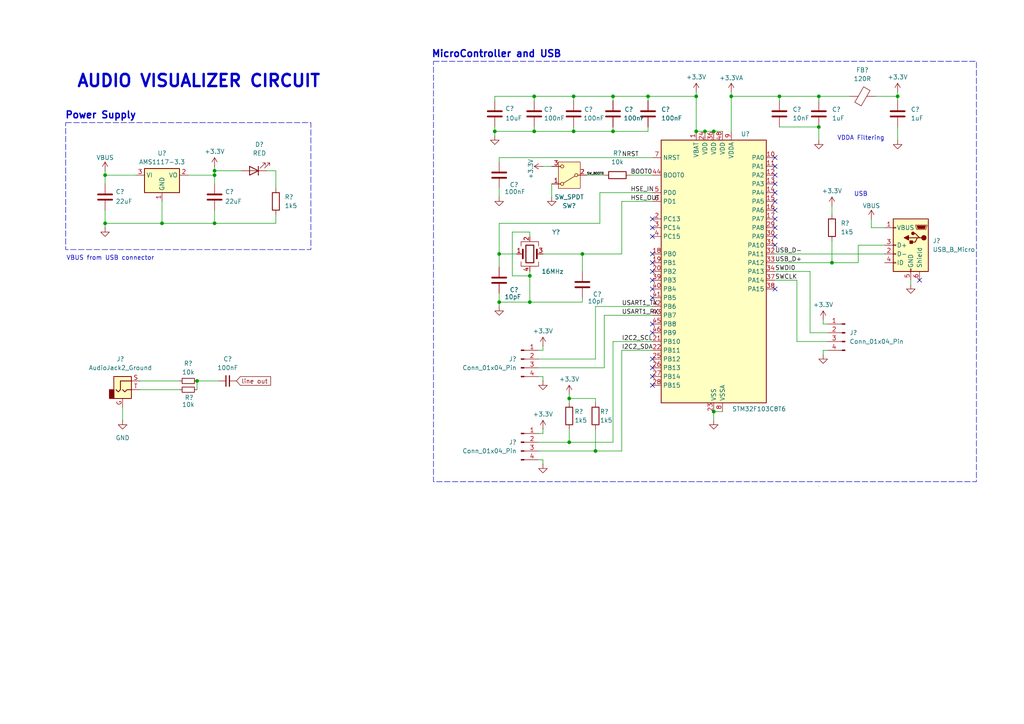
<source format=kicad_sch>
(kicad_sch (version 20231120) (generator "eeschema") (generator_version "8.0")
  (paper "A4")
  (title_block (title "Audio Visualizer PCB") (date "2024-12-26") (rev "0.1"))
  (lib_symbols
    (symbol "Connector:Conn_01x04_Pin" (pin_names (offset 1.016) hide)
      (property "Reference" "J" (at 0 5.08 0))
      (property "Value" "Conn_01x04_Pin" (at 0 -7.62 0))
      (symbol "Conn_01x04_Pin_1_1"
        (polyline (pts (xy 1.27 -5.08) (xy 0.8636 -5.08)) (stroke (width 0.1524)))
        (polyline (pts (xy 1.27 -2.54) (xy 0.8636 -2.54)) (stroke (width 0.1524)))
        (polyline (pts (xy 1.27 0) (xy 0.8636 0)) (stroke (width 0.1524)))
        (polyline (pts (xy 1.27 2.54) (xy 0.8636 2.54)) (stroke (width 0.1524)))
        (rectangle (start 0.8636 -4.953) (end 0 -5.207) (stroke (width 0.1524)) (fill (type outline)))
        (rectangle (start 0.8636 -2.413) (end 0 -2.667) (stroke (width 0.1524)) (fill (type outline)))
        (rectangle (start 0.8636 0.127) (end 0 -0.127) (stroke (width 0.1524)) (fill (type outline)))
        (rectangle (start 0.8636 2.667) (end 0 2.413) (stroke (width 0.1524)) (fill (type outline)))
        (pin passive line (at 5.08 2.54 180) (length 3.81) (name "Pin_1") (number "1"))
        (pin passive line (at 5.08 0 180) (length 3.81) (name "Pin_2") (number "2"))
        (pin passive line (at 5.08 -2.54 180) (length 3.81) (name "Pin_3") (number "3"))
        (pin passive line (at 5.08 -5.08 180) (length 3.81) (name "Pin_4") (number "4"))
      )
    )
    (symbol "Connector:USB_B_Micro" (pin_names (offset 1.016))
      (property "Reference" "J" (at -5.08 11.43 0))
      (property "Value" "USB_B_Micro" (at -5.08 8.89 0))
      (symbol "USB_B_Micro_0_1"
        (rectangle (start -5.08 -7.62) (end 5.08 7.62) (stroke (width 0.254)) (fill (type background)))
        (circle (center -3.81 2.159) (radius 0.635) (stroke (width 0.254)) (fill (type outline)))
        (circle (center -0.635 3.429) (radius 0.381) (stroke (width 0.254)) (fill (type outline)))
        (rectangle (start -0.127 -7.62) (end 0.127 -6.858))
        (polyline (pts (xy -1.905 2.159) (xy 0.635 2.159)) (stroke (width 0.254)))
        (polyline (pts (xy -3.175 2.159) (xy -2.54 2.159) (xy -1.27 3.429) (xy -0.635 3.429)) (stroke (width 0.254)))
        (polyline (pts (xy -2.54 2.159) (xy -1.905 2.159) (xy -1.27 0.889) (xy 0 0.889)) (stroke (width 0.254)))
        (polyline (pts (xy 0.635 2.794) (xy 0.635 1.524) (xy 1.905 2.159) (xy 0.635 2.794)) (stroke (width 0.254)) (fill (type outline)))
        (polyline (pts (xy -4.318 5.588) (xy -1.778 5.588) (xy -2.032 4.826) (xy -4.064 4.826) (xy -4.318 5.588)) (fill (type outline)))
        (polyline (pts (xy -4.699 5.842) (xy -4.699 5.588) (xy -4.445 4.826) (xy -4.445 4.572) (xy -1.651 4.572) (xy -1.651 4.826) (xy -1.397 5.588) (xy -1.397 5.842) (xy -4.699 5.842)))
        (rectangle (start 0.254 1.27) (end -0.508 0.508) (stroke (width 0.254)) (fill (type outline)))
        (rectangle (start 5.08 -5.207) (end 4.318 -4.953))
        (rectangle (start 5.08 -2.667) (end 4.318 -2.413))
        (rectangle (start 5.08 -0.127) (end 4.318 0.127))
        (rectangle (start 5.08 4.953) (end 4.318 5.207))
      )
      (symbol "USB_B_Micro_1_1"
        (pin power_out line (at 7.62 5.08 180) (length 2.54) (name "VBUS") (number "1"))
        (pin bidirectional line (at 7.62 -2.54 180) (length 2.54) (name "D-") (number "2"))
        (pin bidirectional line (at 7.62 0 180) (length 2.54) (name "D+") (number "3"))
        (pin passive line (at 7.62 -5.08 180) (length 2.54) (name "ID") (number "4"))
        (pin power_out line (at 0 -10.16 90) (length 2.54) (name "GND") (number "5"))
        (pin passive line (at -2.54 -10.16 90) (length 2.54) (name "Shield") (number "6"))
      )
    )
    (symbol "Connector_Audio:AudioJack2_Ground"
      (property "Reference" "J" (at 0 8.89 0))
      (property "Value" "AudioJack2_Ground" (at 0 6.35 0))
      (symbol "AudioJack2_Ground_0_1"
        (rectangle (start -2.54 -2.54) (end -3.81 0) (stroke (width 0.254)) (fill (type outline)))
        (polyline (pts (xy 0 0) (xy 0.635 -0.635) (xy 1.27 0) (xy 2.54 0)) (stroke (width 0.254)))
        (polyline (pts (xy 2.54 2.54) (xy -0.635 2.54) (xy -0.635 0) (xy -1.27 -0.635) (xy -1.905 0)) (stroke (width 0.254)))
        (rectangle (start 2.54 3.81) (end -2.54 -2.54) (stroke (width 0.254)) (fill (type background)))
      )
      (symbol "AudioJack2_Ground_1_1"
        (pin passive line (at 0 -5.08 90) (length 2.54) (name "~") (number "G"))
        (pin passive line (at 5.08 2.54 180) (length 2.54) (name "~") (number "S"))
        (pin passive line (at 5.08 0 180) (length 2.54) (name "~") (number "T"))
      )
    )
    (symbol "Device:C" (pin_numbers hide) (pin_names (offset 0.254))
      (property "Reference" "C" (at 0.635 2.54 0))
      (property "Value" "C" (at 0.635 -2.54 0))
      (symbol "C_0_1"
        (polyline (pts (xy -2.032 -0.762) (xy 2.032 -0.762)) (stroke (width 0.508)))
        (polyline (pts (xy -2.032 0.762) (xy 2.032 0.762)) (stroke (width 0.508)))
      )
      (symbol "C_1_1"
        (pin passive line (at 0 3.81 270) (length 2.794) (name "~") (number "1"))
        (pin passive line (at 0 -3.81 90) (length 2.794) (name "~") (number "2"))
      )
    )
    (symbol "Device:C_Small" (pin_numbers hide) (pin_names (offset 0.254) hide)
      (property "Reference" "C" (at 0.254 1.778 0))
      (property "Value" "C_Small" (at 0.254 -2.032 0))
      (symbol "C_Small_0_1"
        (polyline (pts (xy -1.524 -0.508) (xy 1.524 -0.508)) (stroke (width 0.3302)))
        (polyline (pts (xy -1.524 0.508) (xy 1.524 0.508)) (stroke (width 0.3048)))
      )
      (symbol "C_Small_1_1"
        (pin passive line (at 0 2.54 270) (length 2.032) (name "~") (number "1"))
        (pin passive line (at 0 -2.54 90) (length 2.032) (name "~") (number "2"))
      )
    )
    (symbol "Device:Crystal_GND24" (pin_names (offset 1.016) hide)
      (property "Reference" "Y" (at 3.175 5.08 0))
      (property "Value" "Crystal_GND24" (at 3.175 3.175 0))
      (symbol "Crystal_GND24_0_1"
        (rectangle (start -1.143 2.54) (end 1.143 -2.54) (stroke (width 0.3048)))
        (polyline (pts (xy -2.54 0) (xy -2.032 0)))
        (polyline (pts (xy -2.032 -1.27) (xy -2.032 1.27)) (stroke (width 0.508)))
        (polyline (pts (xy 0 -3.81) (xy 0 -3.556)))
        (polyline (pts (xy 0 3.556) (xy 0 3.81)))
        (polyline (pts (xy 2.032 -1.27) (xy 2.032 1.27)) (stroke (width 0.508)))
        (polyline (pts (xy 2.032 0) (xy 2.54 0)))
        (polyline (pts (xy -2.54 -2.286) (xy -2.54 -3.556) (xy 2.54 -3.556) (xy 2.54 -2.286)))
        (polyline (pts (xy -2.54 2.286) (xy -2.54 3.556) (xy 2.54 3.556) (xy 2.54 2.286)))
      )
      (symbol "Crystal_GND24_1_1"
        (pin passive line (at -3.81 0 0) (length 1.27) (name "1") (number "1"))
        (pin passive line (at 0 5.08 270) (length 1.27) (name "2") (number "2"))
        (pin passive line (at 3.81 0 180) (length 1.27) (name "3") (number "3"))
        (pin passive line (at 0 -5.08 90) (length 1.27) (name "4") (number "4"))
      )
    )
    (symbol "Device:FerriteBead" (pin_numbers hide) (pin_names (offset 0))
      (property "Reference" "FB" (at -3.81 0.635 90))
      (property "Value" "FerriteBead" (at 3.81 0 90))
      (symbol "FerriteBead_0_1"
        (polyline (pts (xy 0 -1.27) (xy 0 -1.2192)))
        (polyline (pts (xy 0 1.27) (xy 0 1.2954)))
        (polyline (pts (xy -2.7686 0.4064) (xy -1.7018 2.2606) (xy 2.7686 -0.3048) (xy 1.6764 -2.159) (xy -2.7686 0.4064)))
      )
      (symbol "FerriteBead_1_1"
        (pin passive line (at 0 3.81 270) (length 2.54) (name "~") (number "1"))
        (pin passive line (at 0 -3.81 90) (length 2.54) (name "~") (number "2"))
      )
    )
    (symbol "Device:LED" (pin_numbers hide) (pin_names (offset 1.016) hide)
      (property "Reference" "D" (at 0 2.54 0))
      (property "Value" "LED" (at 0 -2.54 0))
      (symbol "LED_0_1"
        (polyline (pts (xy -1.27 -1.27) (xy -1.27 1.27)) (stroke (width 0.254)))
        (polyline (pts (xy -1.27 0) (xy 1.27 0)))
        (polyline (pts (xy 1.27 -1.27) (xy 1.27 1.27) (xy -1.27 0) (xy 1.27 -1.27)) (stroke (width 0.254)))
        (polyline (pts (xy -3.048 -0.762) (xy -4.572 -2.286) (xy -3.81 -2.286) (xy -4.572 -2.286) (xy -4.572 -1.524)))
        (polyline (pts (xy -1.778 -0.762) (xy -3.302 -2.286) (xy -2.54 -2.286) (xy -3.302 -2.286) (xy -3.302 -1.524)))
      )
      (symbol "LED_1_1"
        (pin passive line (at -3.81 0 0) (length 2.54) (name "K") (number "1"))
        (pin passive line (at 3.81 0 180) (length 2.54) (name "A") (number "2"))
      )
    )
    (symbol "Device:R" (pin_numbers hide) (pin_names (offset 0))
      (property "Reference" "R" (at 2.032 0 90))
      (property "Value" "R" (at 0 0 90))
      (symbol "R_0_1"
        (rectangle (start -1.016 -2.54) (end 1.016 2.54) (stroke (width 0.254)))
      )
      (symbol "R_1_1"
        (pin passive line (at 0 3.81 270) (length 1.27) (name "~") (number "1"))
        (pin passive line (at 0 -3.81 90) (length 1.27) (name "~") (number "2"))
      )
    )
    (symbol "Device:R_Small" (pin_numbers hide) (pin_names (offset 0.254) hide)
      (property "Reference" "R" (at 0.762 0.508 0))
      (property "Value" "R_Small" (at 0.762 -1.016 0))
      (symbol "R_Small_0_1"
        (rectangle (start -0.762 1.778) (end 0.762 -1.778) (stroke (width 0.2032)))
      )
      (symbol "R_Small_1_1"
        (pin passive line (at 0 2.54 270) (length 0.762) (name "~") (number "1"))
        (pin passive line (at 0 -2.54 90) (length 0.762) (name "~") (number "2"))
      )
    )
    (symbol "MCU_ST_STM32F1:STM32F103C8Tx"
      (property "Reference" "U" (at -15.24 39.37 0))
      (property "Value" "STM32F103C8Tx" (at 7.62 39.37 0))
      (symbol "STM32F103C8Tx_0_1"
        (rectangle (start -15.24 -38.1) (end 15.24 38.1) (stroke (width 0.254)) (fill (type background)))
      )
      (symbol "STM32F103C8Tx_1_1"
        (pin power_in line (at -5.08 40.64 270) (length 2.54) (name "VBAT") (number "1"))
        (pin bidirectional line (at 17.78 33.02 180) (length 2.54) (name "PA0") (number "10"))
        (pin bidirectional line (at 17.78 30.48 180) (length 2.54) (name "PA1") (number "11"))
        (pin bidirectional line (at 17.78 27.94 180) (length 2.54) (name "PA2") (number "12"))
        (pin bidirectional line (at 17.78 25.4 180) (length 2.54) (name "PA3") (number "13"))
        (pin bidirectional line (at 17.78 22.86 180) (length 2.54) (name "PA4") (number "14"))
        (pin bidirectional line (at 17.78 20.32 180) (length 2.54) (name "PA5") (number "15"))
        (pin bidirectional line (at 17.78 17.78 180) (length 2.54) (name "PA6") (number "16"))
        (pin bidirectional line (at 17.78 15.24 180) (length 2.54) (name "PA7") (number "17"))
        (pin bidirectional line (at -17.78 5.08 0) (length 2.54) (name "PB0") (number "18"))
        (pin bidirectional line (at -17.78 2.54 0) (length 2.54) (name "PB1") (number "19"))
        (pin bidirectional line (at -17.78 15.24 0) (length 2.54) (name "PC13") (number "2"))
        (pin bidirectional line (at -17.78 0 0) (length 2.54) (name "PB2") (number "20"))
        (pin bidirectional line (at -17.78 -20.32 0) (length 2.54) (name "PB10") (number "21"))
        (pin bidirectional line (at -17.78 -22.86 0) (length 2.54) (name "PB11") (number "22"))
        (pin power_in line (at 0 -40.64 90) (length 2.54) (name "VSS") (number "23"))
        (pin power_in line (at -2.54 40.64 270) (length 2.54) (name "VDD") (number "24"))
        (pin bidirectional line (at -17.78 -25.4 0) (length 2.54) (name "PB12") (number "25"))
        (pin bidirectional line (at -17.78 -27.94 0) (length 2.54) (name "PB13") (number "26"))
        (pin bidirectional line (at -17.78 -30.48 0) (length 2.54) (name "PB14") (number "27"))
        (pin bidirectional line (at -17.78 -33.02 0) (length 2.54) (name "PB15") (number "28"))
        (pin bidirectional line (at 17.78 12.7 180) (length 2.54) (name "PA8") (number "29"))
        (pin bidirectional line (at -17.78 12.7 0) (length 2.54) (name "PC14") (number "3"))
        (pin bidirectional line (at 17.78 10.16 180) (length 2.54) (name "PA9") (number "30"))
        (pin bidirectional line (at 17.78 7.62 180) (length 2.54) (name "PA10") (number "31"))
        (pin bidirectional line (at 17.78 5.08 180) (length 2.54) (name "PA11") (number "32"))
        (pin bidirectional line (at 17.78 2.54 180) (length 2.54) (name "PA12") (number "33"))
        (pin bidirectional line (at 17.78 0 180) (length 2.54) (name "PA13") (number "34"))
        (pin passive line (at 0 -40.64 90) (length 2.54) hide (name "VSS") (number "35"))
        (pin power_in line (at 0 40.64 270) (length 2.54) (name "VDD") (number "36"))
        (pin bidirectional line (at 17.78 -2.54 180) (length 2.54) (name "PA14") (number "37"))
        (pin bidirectional line (at 17.78 -5.08 180) (length 2.54) (name "PA15") (number "38"))
        (pin bidirectional line (at -17.78 -2.54 0) (length 2.54) (name "PB3") (number "39"))
        (pin bidirectional line (at -17.78 10.16 0) (length 2.54) (name "PC15") (number "4"))
        (pin bidirectional line (at -17.78 -5.08 0) (length 2.54) (name "PB4") (number "40"))
        (pin bidirectional line (at -17.78 -7.62 0) (length 2.54) (name "PB5") (number "41"))
        (pin bidirectional line (at -17.78 -10.16 0) (length 2.54) (name "PB6") (number "42"))
        (pin bidirectional line (at -17.78 -12.7 0) (length 2.54) (name "PB7") (number "43"))
        (pin input line (at -17.78 27.94 0) (length 2.54) (name "BOOT0") (number "44"))
        (pin bidirectional line (at -17.78 -15.24 0) (length 2.54) (name "PB8") (number "45"))
        (pin bidirectional line (at -17.78 -17.78 0) (length 2.54) (name "PB9") (number "46"))
        (pin passive line (at 0 -40.64 90) (length 2.54) hide (name "VSS") (number "47"))
        (pin power_in line (at 2.54 40.64 270) (length 2.54) (name "VDD") (number "48"))
        (pin bidirectional line (at -17.78 22.86 0) (length 2.54) (name "PD0") (number "5"))
        (pin bidirectional line (at -17.78 20.32 0) (length 2.54) (name "PD1") (number "6"))
        (pin input line (at -17.78 33.02 0) (length 2.54) (name "NRST") (number "7"))
        (pin power_in line (at 2.54 -40.64 90) (length 2.54) (name "VSSA") (number "8"))
        (pin power_in line (at 5.08 40.64 270) (length 2.54) (name "VDDA") (number "9"))
      )
    )
    (symbol "Regulator_Linear:AMS1117-3.3"
      (property "Reference" "U" (at -3.81 3.175 0))
      (property "Value" "AMS1117-3.3" (at 0 3.175 0))
      (symbol "AMS1117-3.3_0_1"
        (rectangle (start -5.08 -5.08) (end 5.08 1.905) (stroke (width 0.254)) (fill (type background)))
      )
      (symbol "AMS1117-3.3_1_1"
        (pin power_in line (at 0 -7.62 90) (length 2.54) (name "GND") (number "1"))
        (pin power_out line (at 7.62 0 180) (length 2.54) (name "VO") (number "2"))
        (pin power_in line (at -7.62 0 0) (length 2.54) (name "VI") (number "3"))
      )
    )
    (symbol "Switch:SW_SPDT" (pin_names (offset 0) hide)
      (property "Reference" "SW" (at 0 5.08 0))
      (property "Value" "SW_SPDT" (at 0 -5.08 0))
      (symbol "SW_SPDT_0_1"
        (circle (center -2.032 0) (radius 0.4572))
        (polyline (pts (xy -1.651 0.254) (xy 1.651 2.286)))
        (circle (center 2.032 -2.54) (radius 0.4572))
        (circle (center 2.032 2.54) (radius 0.4572))
      )
      (symbol "SW_SPDT_1_1"
        (rectangle (start -3.175 3.81) (end 3.175 -3.81) (fill (type background)))
        (pin passive line (at 5.08 2.54 180) (length 2.54) (name "A") (number "1"))
        (pin passive line (at -5.08 0 0) (length 2.54) (name "B") (number "2"))
        (pin passive line (at 5.08 -2.54 180) (length 2.54) (name "C") (number "3"))
      )
    )
    (symbol "power:+3.3V" (power) (pin_numbers hide) (pin_names (offset 0) hide)
      (property "Value" "+3.3V" (at 0 3.556 0))
      (symbol "+3.3V_0_1"
        (polyline (pts (xy -0.762 1.27) (xy 0 2.54)))
        (polyline (pts (xy 0 0) (xy 0 2.54)))
        (polyline (pts (xy 0 2.54) (xy 0.762 1.27)))
      )
      (symbol "+3.3V_1_1"
        (pin power_in line (at 0 0 90) (length 0) (name "~") (number "1"))
      )
    )
    (symbol "power:+3.3VA" (power) (pin_numbers hide) (pin_names (offset 0) hide)
      (property "Value" "+3.3VA" (at 0 3.556 0))
      (symbol "+3.3VA_0_1"
        (polyline (pts (xy -0.762 1.27) (xy 0 2.54)))
        (polyline (pts (xy 0 0) (xy 0 2.54)))
        (polyline (pts (xy 0 2.54) (xy 0.762 1.27)))
      )
      (symbol "+3.3VA_1_1"
        (pin power_in line (at 0 0 90) (length 0) (name "~") (number "1"))
      )
    )
    (symbol "power:GND" (power) (pin_numbers hide) (pin_names (offset 0) hide)
      (property "Value" "GND" (at 0 -3.81 0))
      (symbol "GND_0_1"
        (polyline (pts (xy 0 0) (xy 0 -1.27) (xy 1.27 -1.27) (xy 0 -2.54) (xy -1.27 -1.27) (xy 0 -1.27)))
      )
      (symbol "GND_1_1"
        (pin power_in line (at 0 0 270) (length 0) (name "~") (number "1"))
      )
    )
    (symbol "power:VBUS" (power) (pin_numbers hide) (pin_names (offset 0) hide)
      (property "Value" "VBUS" (at 0 3.556 0))
      (symbol "VBUS_0_1"
        (polyline (pts (xy -0.762 1.27) (xy 0 2.54)))
        (polyline (pts (xy 0 0) (xy 0 2.54)))
        (polyline (pts (xy 0 2.54) (xy 0.762 1.27)))
      )
      (symbol "VBUS_1_1"
        (pin power_in line (at 0 0 90) (length 0) (name "~") (number "1"))
      )
    )
  )
  (junction (at 177.8 27.94))
  (junction (at 226.06 27.94))
  (junction (at 237.49 36.83))
  (junction (at 46.99 64.77))
  (junction (at 144.78 73.66))
  (junction (at 212.09 27.94))
  (junction (at 172.72 130.81))
  (junction (at 166.37 38.1))
  (junction (at 153.67 80.01))
  (junction (at 237.49 27.94))
  (junction (at 241.3 76.2))
  (junction (at 62.23 64.77))
  (junction (at 165.1 115.57))
  (junction (at 165.1 128.27))
  (junction (at 143.51 38.1))
  (junction (at 62.23 49.53))
  (junction (at 260.35 27.94))
  (junction (at 201.93 27.94))
  (junction (at 207.01 38.1))
  (junction (at 204.47 38.1))
  (junction (at 30.48 50.8))
  (junction (at 201.93 38.1))
  (junction (at 207.01 119.38))
  (junction (at 153.67 87.63))
  (junction (at 187.96 27.94))
  (junction (at 168.91 73.66))
  (junction (at 144.78 87.63))
  (junction (at 154.94 27.94))
  (junction (at 166.37 27.94))
  (junction (at 154.94 38.1))
  (junction (at 30.48 64.77))
  (junction (at 57.15 110.49))
  (junction (at 177.8 38.1))
  (junction (at 62.23 50.8))
  (no_connect (at 189.23 68.58))
  (no_connect (at 224.79 48.26))
  (no_connect (at 189.23 63.5))
  (no_connect (at 224.79 53.34))
  (no_connect (at 224.79 66.04))
  (no_connect (at 189.23 109.22))
  (no_connect (at 224.79 45.72))
  (no_connect (at 189.23 111.76))
  (no_connect (at 224.79 55.88))
  (no_connect (at 224.79 63.5))
  (no_connect (at 189.23 106.68))
  (no_connect (at 189.23 78.74))
  (no_connect (at 266.7 81.28))
  (no_connect (at 224.79 83.82))
  (no_connect (at 224.79 68.58))
  (no_connect (at 189.23 83.82))
  (no_connect (at 189.23 86.36))
  (no_connect (at 189.23 76.2))
  (no_connect (at 224.79 58.42))
  (no_connect (at 189.23 81.28))
  (no_connect (at 224.79 71.12))
  (no_connect (at 224.79 60.96))
  (no_connect (at 224.79 50.8))
  (no_connect (at 189.23 96.52))
  (no_connect (at 189.23 73.66))
  (no_connect (at 189.23 104.14))
  (no_connect (at 189.23 66.04))
  (no_connect (at 189.23 93.98))
  (wire (pts (xy 264.16 81.28) (xy 264.16 82.55)))
  (wire (pts (xy 182.88 50.8) (xy 189.23 50.8)))
  (wire (pts (xy 154.94 38.1) (xy 154.94 36.83)))
  (wire (pts (xy 143.51 38.1) (xy 154.94 38.1)))
  (wire (pts (xy 57.15 110.49) (xy 57.15 113.03)))
  (wire (pts (xy 157.48 109.22) (xy 157.48 110.49)))
  (wire (pts (xy 62.23 60.96) (xy 62.23 64.77)))
  (wire (pts (xy 156.21 133.35) (xy 157.48 133.35)))
  (wire (pts (xy 62.23 64.77) (xy 80.01 64.77)))
  (wire (pts (xy 172.72 130.81) (xy 180.34 130.81)))
  (wire (pts (xy 148.59 80.01) (xy 153.67 80.01)))
  (wire (pts (xy 226.06 27.94) (xy 226.06 29.21)))
  (wire (pts (xy 30.48 50.8) (xy 39.37 50.8)))
  (wire (pts (xy 187.96 38.1) (xy 187.96 36.83)))
  (wire (pts (xy 187.96 27.94) (xy 177.8 27.94)))
  (wire (pts (xy 144.78 73.66) (xy 144.78 77.47)))
  (wire (pts (xy 260.35 29.21) (xy 260.35 27.94)))
  (wire (pts (xy 157.48 125.73) (xy 156.21 125.73)))
  (wire (pts (xy 149.86 73.66) (xy 144.78 73.66)))
  (wire (pts (xy 177.8 27.94) (xy 177.8 29.21)))
  (wire (pts (xy 62.23 49.53) (xy 62.23 50.8)))
  (wire (pts (xy 157.48 124.46) (xy 157.48 125.73)))
  (wire (pts (xy 148.59 67.31) (xy 153.67 67.31)))
  (wire (pts (xy 187.96 27.94) (xy 187.96 29.21)))
  (wire (pts (xy 226.06 27.94) (xy 237.49 27.94)))
  (wire (pts (xy 238.76 101.6) (xy 238.76 102.87)))
  (wire (pts (xy 237.49 27.94) (xy 237.49 29.21)))
  (wire (pts (xy 165.1 124.46) (xy 165.1 128.27)))
  (wire (pts (xy 248.92 71.12) (xy 256.54 71.12)))
  (wire (pts (xy 177.8 38.1) (xy 187.96 38.1)))
  (wire (pts (xy 165.1 114.3) (xy 165.1 115.57)))
  (wire (pts (xy 260.35 26.67) (xy 260.35 27.94)))
  (wire (pts (xy 237.49 36.83) (xy 237.49 40.64)))
  (wire (pts (xy 62.23 64.77) (xy 46.99 64.77)))
  (wire (pts (xy 153.67 78.74) (xy 153.67 80.01)))
  (wire (pts (xy 172.72 124.46) (xy 172.72 130.81)))
  (wire (pts (xy 177.8 128.27) (xy 177.8 99.06)))
  (wire (pts (xy 157.48 73.66) (xy 168.91 73.66)))
  (wire (pts (xy 30.48 49.53) (xy 30.48 50.8)))
  (wire (pts (xy 153.67 68.58) (xy 153.67 67.31)))
  (wire (pts (xy 175.26 91.44) (xy 189.23 91.44)))
  (wire (pts (xy 35.56 118.11) (xy 35.56 121.92)))
  (wire (pts (xy 157.48 100.33) (xy 157.48 101.6)))
  (wire (pts (xy 172.72 88.9) (xy 172.72 104.14)))
  (wire (pts (xy 231.14 81.28) (xy 231.14 99.06)))
  (wire (pts (xy 166.37 38.1) (xy 177.8 38.1)))
  (wire (pts (xy 46.99 64.77) (xy 30.48 64.77)))
  (wire (pts (xy 156.21 128.27) (xy 165.1 128.27)))
  (wire (pts (xy 30.48 53.34) (xy 30.48 50.8)))
  (wire (pts (xy 207.01 38.1) (xy 209.55 38.1)))
  (wire (pts (xy 80.01 49.53) (xy 80.01 54.61)))
  (wire (pts (xy 144.78 54.61) (xy 144.78 57.15)))
  (wire (pts (xy 224.79 78.74) (xy 234.95 78.74)))
  (wire (pts (xy 165.1 115.57) (xy 165.1 116.84)))
  (wire (pts (xy 177.8 38.1) (xy 177.8 36.83)))
  (wire (pts (xy 212.09 27.94) (xy 226.06 27.94)))
  (wire (pts (xy 157.48 133.35) (xy 157.48 134.62)))
  (wire (pts (xy 168.91 73.66) (xy 180.34 73.66)))
  (wire (pts (xy 177.8 27.94) (xy 166.37 27.94)))
  (wire (pts (xy 143.51 38.1) (xy 143.51 39.37)))
  (wire (pts (xy 160.02 53.34) (xy 160.02 57.15)))
  (wire (pts (xy 180.34 101.6) (xy 189.23 101.6)))
  (wire (pts (xy 154.94 27.94) (xy 154.94 29.21)))
  (wire (pts (xy 154.94 27.94) (xy 143.51 27.94)))
  (wire (pts (xy 180.34 130.81) (xy 180.34 101.6)))
  (wire (pts (xy 224.79 76.2) (xy 241.3 76.2)))
  (wire (pts (xy 166.37 27.94) (xy 166.37 29.21)))
  (wire (pts (xy 156.21 106.68) (xy 175.26 106.68)))
  (wire (pts (xy 234.95 96.52) (xy 234.95 78.74)))
  (wire (pts (xy 143.51 27.94) (xy 143.51 29.21)))
  (wire (pts (xy 168.91 78.74) (xy 168.91 73.66)))
  (wire (pts (xy 30.48 64.77) (xy 30.48 66.04)))
  (wire (pts (xy 144.78 87.63) (xy 153.67 87.63)))
  (wire (pts (xy 207.01 119.38) (xy 209.55 119.38)))
  (wire (pts (xy 148.59 67.31) (xy 148.59 80.01)))
  (wire (pts (xy 173.99 55.88) (xy 189.23 55.88)))
  (wire (pts (xy 144.78 45.72) (xy 144.78 46.99)))
  (wire (pts (xy 165.1 128.27) (xy 177.8 128.27)))
  (wire (pts (xy 260.35 36.83) (xy 260.35 40.64)))
  (wire (pts (xy 248.92 76.2) (xy 248.92 71.12)))
  (wire (pts (xy 166.37 38.1) (xy 166.37 36.83)))
  (wire (pts (xy 212.09 26.67) (xy 212.09 27.94)))
  (wire (pts (xy 62.23 50.8) (xy 62.23 53.34)))
  (wire (pts (xy 62.23 48.26) (xy 62.23 49.53)))
  (wire (pts (xy 175.26 106.68) (xy 175.26 91.44)))
  (wire (pts (xy 40.64 113.03) (xy 52.07 113.03)))
  (wire (pts (xy 238.76 92.71) (xy 238.76 93.98)))
  (wire (pts (xy 241.3 76.2) (xy 248.92 76.2)))
  (wire (pts (xy 237.49 27.94) (xy 246.38 27.94)))
  (wire (pts (xy 166.37 27.94) (xy 154.94 27.94)))
  (wire (pts (xy 172.72 104.14) (xy 156.21 104.14)))
  (wire (pts (xy 224.79 73.66) (xy 256.54 73.66)))
  (wire (pts (xy 204.47 38.1) (xy 207.01 38.1)))
  (wire (pts (xy 157.48 48.26) (xy 160.02 48.26)))
  (wire (pts (xy 201.93 38.1) (xy 204.47 38.1)))
  (wire (pts (xy 201.93 27.94) (xy 201.93 38.1)))
  (wire (pts (xy 212.09 27.94) (xy 212.09 38.1)))
  (wire (pts (xy 241.3 69.85) (xy 241.3 76.2)))
  (wire (pts (xy 154.94 38.1) (xy 166.37 38.1)))
  (wire (pts (xy 180.34 73.66) (xy 180.34 58.42)))
  (wire (pts (xy 80.01 62.23) (xy 80.01 64.77)))
  (wire (pts (xy 144.78 87.63) (xy 144.78 88.9)))
  (wire (pts (xy 144.78 45.72) (xy 189.23 45.72)))
  (wire (pts (xy 226.06 36.83) (xy 237.49 36.83)))
  (wire (pts (xy 254 27.94) (xy 260.35 27.94)))
  (wire (pts (xy 62.23 49.53) (xy 69.85 49.53)))
  (wire (pts (xy 156.21 109.22) (xy 157.48 109.22)))
  (wire (pts (xy 143.51 36.83) (xy 143.51 38.1)))
  (wire (pts (xy 241.3 59.69) (xy 241.3 62.23)))
  (wire (pts (xy 177.8 99.06) (xy 189.23 99.06)))
  (wire (pts (xy 144.78 64.77) (xy 173.99 64.77)))
  (wire (pts (xy 57.15 110.49) (xy 63.5 110.49)))
  (wire (pts (xy 170.18 50.8) (xy 175.26 50.8)))
  (wire (pts (xy 156.21 130.81) (xy 172.72 130.81)))
  (wire (pts (xy 172.72 116.84) (xy 172.72 115.57)))
  (wire (pts (xy 180.34 58.42) (xy 189.23 58.42)))
  (wire (pts (xy 240.03 101.6) (xy 238.76 101.6)))
  (wire (pts (xy 172.72 115.57) (xy 165.1 115.57)))
  (wire (pts (xy 40.64 110.49) (xy 52.07 110.49)))
  (wire (pts (xy 252.73 63.5) (xy 252.73 66.04)))
  (wire (pts (xy 201.93 27.94) (xy 187.96 27.94)))
  (wire (pts (xy 201.93 26.67) (xy 201.93 27.94)))
  (wire (pts (xy 46.99 58.42) (xy 46.99 64.77)))
  (wire (pts (xy 77.47 49.53) (xy 80.01 49.53)))
  (wire (pts (xy 240.03 96.52) (xy 234.95 96.52)))
  (wire (pts (xy 54.61 50.8) (xy 62.23 50.8)))
  (wire (pts (xy 144.78 73.66) (xy 144.78 64.77)))
  (wire (pts (xy 224.79 81.28) (xy 231.14 81.28)))
  (wire (pts (xy 144.78 85.09) (xy 144.78 87.63)))
  (wire (pts (xy 231.14 99.06) (xy 240.03 99.06)))
  (wire (pts (xy 30.48 60.96) (xy 30.48 64.77)))
  (wire (pts (xy 168.91 87.63) (xy 168.91 86.36)))
  (wire (pts (xy 172.72 88.9) (xy 189.23 88.9)))
  (wire (pts (xy 256.54 66.04) (xy 252.73 66.04)))
  (wire (pts (xy 153.67 87.63) (xy 168.91 87.63)))
  (wire (pts (xy 173.99 64.77) (xy 173.99 55.88)))
  (wire (pts (xy 207.01 119.38) (xy 207.01 121.92)))
  (wire (pts (xy 238.76 93.98) (xy 240.03 93.98)))
  (wire (pts (xy 153.67 80.01) (xy 153.67 87.63)))
  (wire (pts (xy 157.48 101.6) (xy 156.21 101.6)))
  (rectangle (start 237.49 140.97) (end 237.49 140.97))
  (rectangle (start 125.73 17.78) (end 283.21 139.7) (stroke (width 0) (type dash)))
  (rectangle (start 19.05 35.56) (end 90.17 72.39) (stroke (width 0) (type dash)))
  (text "VDDA Filtering" (at 249.682 40.132 0) (effects (font (size 1.27 1.27))))
  (text "MicroController and USB" (at 144.018 15.748 0) (effects (font (size 2 2) (thickness 0.4) (bold yes))))
  (text "USB" (at 249.682 56.388 0) (effects (font (size 1.27 1.27))))
  (text "Power Supply" (at 29.21 33.528 0) (effects (font (size 2 2) (thickness 0.4) (bold yes))))
  (text "AUDIO VISUALIZER CIRCUIT" (at 57.658 23.622 0) (effects (font (size 3.5 3.5) (thickness 0.7) (bold yes))))
  (text "VBUS from USB connector" (at 32.004 74.93 0) (effects (font (size 1.27 1.27))))
  (label "NRST" (at 180.34 45.72 0))
  (label "USB_D-" (at 224.79 73.66 0))
  (label "USB_D+" (at 224.79 76.2 0))
  (label "SWDI0" (at 224.79 78.74 0))
  (label "SW_BOOT0" (at 170.18 50.8 0) (effects (font (size 0.63 0.63))))
  (label "USART1_TX" (at 180.34 88.9 0))
  (label "I2C2_SDA" (at 180.34 101.6 0))
  (label "SWCLK" (at 224.79 81.28 0))
  (label "HSE_IN" (at 182.88 55.88 0))
  (label "BOOT0" (at 182.88 50.8 0))
  (label "HSE_OUT" (at 182.88 58.42 0))
  (label "USART1_RX" (at 180.34 91.44 0))
  (label "I2C2_SCL" (at 180.34 99.06 0))
  (global_label "line out" (shape input) (at 68.58 110.49 0) (property "Intersheetrefs" "${INTERSHEET_REFS}" (effects (hide yes))))
  (symbol (lib_id "Device:C") (at 168.91 82.55 0) (unit 1)
    (property "Reference" "C?" (at 171.958 85.344 0) (effects (justify left)))
    (property "Value" "10pF" (at 170.434 87.376 0) (effects (justify left)))
    (property "Description" "Unpolarized capacitor" (effects (hide yes)))
  )
  (symbol (lib_id "Device:R") (at 172.72 120.65 180) (unit 1)
    (property "Reference" "R?" (at 173.99 119.38 0) (effects (justify right)))
    (property "Value" "1k5" (at 173.99 121.92 0) (effects (justify right)))
    (property "Description" "Resistor" (effects (hide yes)))
  )
  (symbol (lib_id "Device:R") (at 165.1 120.65 180) (unit 1)
    (property "Reference" "R?" (at 166.624 119.38 0) (effects (justify right)))
    (property "Value" "1k5" (at 166.624 121.92 0) (effects (justify right)))
    (property "Description" "Resistor" (effects (hide yes)))
  )
  (symbol (lib_id "Connector:Conn_01x04_Pin") (at 151.13 128.27 0) (unit 1)
    (property "Reference" "J?" (at 149.86 128.2699 0) (effects (justify right)))
    (property "Value" "Conn_01x04_Pin" (at 149.86 130.8099 0) (effects (justify right)))
    (property "Description" "Generic connector, single row, 01x04, script generated" (effects (hide yes)))
  )
  (symbol (lib_id "Device:C") (at 177.8 33.02 0) (unit 1)
    (property "Reference" "C?" (at 181.102 31.75 0) (effects (justify left)))
    (property "Value" "100nF" (at 180.848 34.29 0) (effects (justify left)))
    (property "Description" "Unpolarized capacitor" (effects (hide yes)))
  )
  (symbol (lib_id "power:+3.3VA") (at 212.09 26.67 0) (unit 1)
    (property "Reference" "#PWR05" (effects (hide yes)))
    (property "Value" "+3.3VA" (at 212.09 22.606 0))
    (property "Description" "Power symbol creates a global label with name \"+3.3VA\"" (effects (hide yes)))
  )
  (symbol (lib_id "Connector:USB_B_Micro") (at 264.16 71.12 0) (mirror y) (unit 1)
    (property "Reference" "J?" (at 270.51 69.8499 0) (effects (justify right)))
    (property "Value" "USB_B_Micro" (at 270.51 72.3899 0) (effects (justify right)))
    (property "Description" "USB Micro Type B connector" (effects (hide yes)))
  )
  (symbol (lib_id "Device:C") (at 226.06 33.02 0) (unit 1)
    (property "Reference" "C?" (at 229.87 31.7499 0) (effects (justify left)))
    (property "Value" "10nF" (at 229.87 34.2899 0) (effects (justify left)))
    (property "Description" "Unpolarized capacitor" (effects (hide yes)))
  )
  (symbol (lib_id "power:+3.3V") (at 201.93 26.67 0) (unit 1)
    (property "Reference" "#PWR03" (effects (hide yes)))
    (property "Value" "+3.3V" (at 201.93 22.352 0))
    (property "Description" "Power symbol creates a global label with name \"+3.3V\"" (effects (hide yes)))
  )
  (symbol (lib_id "Device:C") (at 30.48 57.15 0) (unit 1)
    (property "Reference" "C?" (at 33.528 55.626 0) (effects (justify left)))
    (property "Value" "22uF" (at 33.528 58.42 0) (effects (justify left)))
    (property "Description" "Unpolarized capacitor" (effects (hide yes)))
  )
  (symbol (lib_id "power:+3.3V") (at 157.48 48.26 90) (unit 1)
    (property "Reference" "#PWR011" (effects (hide yes)))
    (property "Value" "+3.3V" (at 153.924 49.022 0))
    (property "Description" "Power symbol creates a global label with name \"+3.3V\"" (effects (hide yes)))
  )
  (symbol (lib_id "Device:R") (at 241.3 66.04 0) (unit 1)
    (property "Reference" "R?" (at 243.84 64.7699 0) (effects (justify left)))
    (property "Value" "1k5" (at 243.84 67.3099 0) (effects (justify left)))
    (property "Description" "Resistor" (effects (hide yes)))
  )
  (symbol (lib_id "power:GND") (at 260.35 40.64 0) (unit 1)
    (property "Reference" "#PWR07" (effects (hide yes)))
    (property "Value" "GND" (effects (hide yes)))
    (property "Description" "Power symbol creates a global label with name \"GND\" , ground" (effects (hide yes)))
  )
  (symbol (lib_id "Connector:Conn_01x04_Pin") (at 245.11 96.52 0) (mirror y) (unit 1)
    (property "Reference" "J?" (at 246.38 96.5199 0) (effects (justify right)))
    (property "Value" "Conn_01x04_Pin" (at 246.38 99.0599 0) (effects (justify right)))
    (property "Description" "Generic connector, single row, 01x04, script generated" (effects (hide yes)))
  )
  (symbol (lib_id "power:+3.3V") (at 260.35 26.67 0) (unit 1)
    (property "Reference" "#PWR08" (effects (hide yes)))
    (property "Value" "+3.3V" (at 260.35 22.352 0))
    (property "Description" "Power symbol creates a global label with name \"+3.3V\"" (effects (hide yes)))
  )
  (symbol (lib_id "power:VBUS") (at 30.48 49.53 0) (unit 1)
    (property "Reference" "#PWR020" (effects (hide yes)))
    (property "Value" "VBUS" (at 30.48 45.72 0))
    (property "Description" "Power symbol creates a global label with name \"VBUS\"" (effects (hide yes)))
  )
  (symbol (lib_id "power:GND") (at 238.76 102.87 0) (unit 1)
    (property "Reference" "#PWR017" (effects (hide yes)))
    (property "Value" "GND" (effects (hide yes)))
    (property "Description" "Power symbol creates a global label with name \"GND\" , ground" (effects (hide yes)))
  )
  (symbol (lib_id "Device:R_Small") (at 54.61 113.03 90) (unit 1)
    (property "Reference" "R?" (at 54.864 115.316 90))
    (property "Value" "10k" (at 54.61 117.348 90))
    (property "Description" "Resistor, small symbol" (effects (hide yes)))
  )
  (symbol (lib_id "power:GND") (at 144.78 88.9 0) (unit 1)
    (property "Reference" "#PWR012" (effects (hide yes)))
    (property "Value" "GND" (effects (hide yes)))
    (property "Description" "Power symbol creates a global label with name \"GND\" , ground" (effects (hide yes)))
  )
  (symbol (lib_id "power:+3.3V") (at 238.76 92.71 0) (unit 1)
    (property "Reference" "#PWR016" (effects (hide yes)))
    (property "Value" "+3.3V" (at 238.76 88.392 0))
    (property "Description" "Power symbol creates a global label with name \"+3.3V\"" (effects (hide yes)))
  )
  (symbol (lib_id "Device:C") (at 144.78 81.28 0) (unit 1)
    (property "Reference" "C?" (at 147.828 84.074 0) (effects (justify left)))
    (property "Value" "10pF" (at 146.304 86.106 0) (effects (justify left)))
    (property "Description" "Unpolarized capacitor" (effects (hide yes)))
  )
  (symbol (lib_id "Device:LED") (at 73.66 49.53 180) (unit 1)
    (property "Reference" "D?" (at 75.2475 41.91 0))
    (property "Value" "RED" (at 75.2475 44.45 0))
    (property "Description" "Light emitting diode" (effects (hide yes)))
  )
  (symbol (lib_id "Device:R_Small") (at 54.61 110.49 90) (unit 1)
    (property "Reference" "R?" (at 54.61 105.41 90))
    (property "Value" "10k" (at 54.61 107.95 90))
    (property "Description" "Resistor, small symbol" (effects (hide yes)))
  )
  (symbol (lib_id "Connector_Audio:AudioJack2_Ground") (at 35.56 113.03 0) (unit 1)
    (property "Reference" "J?" (at 34.925 104.14 0))
    (property "Value" "AudioJack2_Ground" (at 34.925 106.68 0))
    (property "Footprint" "Connector_Audio:Jack_3.5mm_PJ311_Horizontal" (effects (hide yes)))
    (property "Description" "Audio Jack, 2 Poles (Mono / TS), Grounded Sleeve" (effects (hide yes)))
  )
  (symbol (lib_id "power:GND") (at 35.56 121.92 0) (unit 1)
    (property "Reference" "#PWR01" (effects (hide yes)))
    (property "Value" "GND" (at 35.56 127 0))
    (property "Description" "Power symbol creates a global label with name \"GND\" , ground" (effects (hide yes)))
  )
  (symbol (lib_id "power:GND") (at 30.48 66.04 0) (unit 1)
    (property "Reference" "#PWR018" (effects (hide yes)))
    (property "Value" "GND" (effects (hide yes)))
    (property "Description" "Power symbol creates a global label with name \"GND\" , ground" (effects (hide yes)))
  )
  (symbol (lib_id "power:GND") (at 157.48 110.49 0) (mirror y) (unit 1)
    (property "Reference" "#PWR022" (effects (hide yes)))
    (property "Value" "GND" (effects (hide yes)))
    (property "Description" "Power symbol creates a global label with name \"GND\" , ground" (effects (hide yes)))
  )
  (symbol (lib_id "Switch:SW_SPDT") (at 165.1 50.8 180) (unit 1)
    (property "Reference" "SW?" (at 165.1 59.69 0))
    (property "Value" "SW_SPDT" (at 165.1 57.15 0))
    (property "Description" "Switch, single pole double throw" (effects (hide yes)))
  )
  (symbol (lib_id "power:GND") (at 144.78 57.15 0) (unit 1)
    (property "Reference" "#PWR09" (effects (hide yes)))
    (property "Value" "GND" (effects (hide yes)))
    (property "Description" "Power symbol creates a global label with name \"GND\" , ground" (effects (hide yes)))
  )
  (symbol (lib_id "power:GND") (at 157.48 134.62 0) (mirror y) (unit 1)
    (property "Reference" "#PWR024" (effects (hide yes)))
    (property "Value" "GND" (effects (hide yes)))
    (property "Description" "Power symbol creates a global label with name \"GND\" , ground" (effects (hide yes)))
  )
  (symbol (lib_id "power:+3.3V") (at 157.48 100.33 0) (mirror y) (unit 1)
    (property "Reference" "#PWR021" (effects (hide yes)))
    (property "Value" "+3.3V" (at 157.48 96.012 0))
    (property "Description" "Power symbol creates a global label with name \"+3.3V\"" (effects (hide yes)))
  )
  (symbol (lib_id "power:VBUS") (at 252.73 63.5 0) (unit 1)
    (property "Reference" "#PWR014" (effects (hide yes)))
    (property "Value" "VBUS" (at 252.73 59.69 0))
    (property "Description" "Power symbol creates a global label with name \"VBUS\"" (effects (hide yes)))
  )
  (symbol (lib_id "Device:C") (at 143.51 33.02 0) (unit 1)
    (property "Reference" "C?" (at 146.558 31.496 0) (effects (justify left)))
    (property "Value" "10uF" (at 146.558 34.29 0) (effects (justify left)))
    (property "Description" "Unpolarized capacitor" (effects (hide yes)))
  )
  (symbol (lib_id "Connector:Conn_01x04_Pin") (at 151.13 104.14 0) (unit 1)
    (property "Reference" "J?" (at 149.86 104.1399 0) (effects (justify right)))
    (property "Value" "Conn_01x04_Pin" (at 149.86 106.6799 0) (effects (justify right)))
    (property "Description" "Generic connector, single row, 01x04, script generated" (effects (hide yes)))
  )
  (symbol (lib_id "Device:C") (at 237.49 33.02 0) (unit 1)
    (property "Reference" "C?" (at 241.3 31.7499 0) (effects (justify left)))
    (property "Value" "1uF" (at 241.3 34.2899 0) (effects (justify left)))
    (property "Description" "Unpolarized capacitor" (effects (hide yes)))
  )
  (symbol (lib_id "power:+3.3V") (at 62.23 48.26 0) (unit 1)
    (property "Reference" "#PWR019" (effects (hide yes)))
    (property "Value" "+3.3V" (at 62.23 43.942 0))
    (property "Description" "Power symbol creates a global label with name \"+3.3V\"" (effects (hide yes)))
  )
  (symbol (lib_id "power:GND") (at 143.51 39.37 0) (unit 1)
    (property "Reference" "#PWR04" (effects (hide yes)))
    (property "Value" "GND" (effects (hide yes)))
    (property "Description" "Power symbol creates a global label with name \"GND\" , ground" (effects (hide yes)))
  )
  (symbol (lib_id "power:GND") (at 160.02 57.15 0) (unit 1)
    (property "Reference" "#PWR010" (effects (hide yes)))
    (property "Value" "GND" (effects (hide yes)))
    (property "Description" "Power symbol creates a global label with name \"GND\" , ground" (effects (hide yes)))
  )
  (symbol (lib_id "Device:C") (at 187.96 33.02 0) (unit 1)
    (property "Reference" "C?" (at 191.77 31.7499 0) (effects (justify left)))
    (property "Value" "100nF" (at 191.77 34.2899 0) (effects (justify left)))
    (property "Description" "Unpolarized capacitor" (effects (hide yes)))
  )
  (symbol (lib_id "MCU_ST_STM32F1:STM32F103C8Tx") (at 207.01 78.74 0) (unit 1)
    (property "Reference" "U?" (at 214.884 38.862 0) (effects (justify left)))
    (property "Value" "STM32F103C8T6" (at 212.344 118.618 0) (effects (justify left)))
    (property "Footprint" "Package_QFP:LQFP-48_7x7mm_P0.5mm" (effects (hide yes)))
    (property "Datasheet" "https://www.st.com/resource/en/datasheet/stm32f103c8.pdf" (effects (hide yes)))
    (property "Description" "STMicroelectronics Arm Cortex-M3 MCU, 64KB flash, 20KB RAM, 72 MHz, 2.0-3.6V, 37 GPIO, LQFP48" (effects (hide yes)))
  )
  (symbol (lib_id "power:GND") (at 264.16 82.55 0) (unit 1)
    (property "Reference" "#PWR013" (effects (hide yes)))
    (property "Value" "GND" (effects (hide yes)))
    (property "Description" "Power symbol creates a global label with name \"GND\" , ground" (effects (hide yes)))
  )
  (symbol (lib_id "Device:FerriteBead") (at 250.19 27.94 90) (unit 1)
    (property "Reference" "FB?" (at 250.1392 20.32 90))
    (property "Value" "120R" (at 250.1392 22.86 90))
    (property "Description" "Ferrite bead" (effects (hide yes)))
  )
  (symbol (lib_id "power:GND") (at 237.49 40.64 0) (unit 1)
    (property "Reference" "#PWR06" (effects (hide yes)))
    (property "Value" "GND" (effects (hide yes)))
    (property "Description" "Power symbol creates a global label with name \"GND\" , ground" (effects (hide yes)))
  )
  (symbol (lib_id "Regulator_Linear:AMS1117-3.3") (at 46.99 50.8 0) (unit 1)
    (property "Reference" "U?" (at 46.99 44.45 0))
    (property "Value" "AMS1117-3.3" (at 46.99 46.99 0))
    (property "Footprint" "Package_TO_SOT_SMD:SOT-223-3_TabPin2" (effects (hide yes)))
    (property "Datasheet" "http://www.advanced-monolithic.com/pdf/ds1117.pdf" (effects (hide yes)))
    (property "Description" "1A Low Dropout regulator, positive, 3.3V fixed output, SOT-223" (effects (hide yes)))
  )
  (symbol (lib_id "Device:C") (at 154.94 33.02 0) (unit 1)
    (property "Reference" "C?" (at 157.734 31.75 0) (effects (justify left)))
    (property "Value" "100nF" (at 157.734 34.29 0) (effects (justify left)))
    (property "Description" "Unpolarized capacitor" (effects (hide yes)))
  )
  (symbol (lib_id "Device:C_Small") (at 66.04 110.49 90) (unit 1)
    (property "Reference" "C?" (at 66.0463 104.14 90))
    (property "Value" "100nF" (at 66.0463 106.68 90))
    (property "Description" "Unpolarized capacitor, small symbol" (effects (hide yes)))
  )
  (symbol (lib_id "power:+3.3V") (at 241.3 59.69 0) (unit 1)
    (property "Reference" "#PWR015" (effects (hide yes)))
    (property "Value" "+3.3V" (at 241.3 55.372 0))
    (property "Description" "Power symbol creates a global label with name \"+3.3V\"" (effects (hide yes)))
  )
  (symbol (lib_id "Device:C") (at 62.23 57.15 0) (unit 1)
    (property "Reference" "C?" (at 65.278 55.626 0) (effects (justify left)))
    (property "Value" "22uF" (at 65.278 58.42 0) (effects (justify left)))
    (property "Description" "Unpolarized capacitor" (effects (hide yes)))
  )
  (symbol (lib_id "power:+3.3V") (at 157.48 124.46 0) (mirror y) (unit 1)
    (property "Reference" "#PWR023" (effects (hide yes)))
    (property "Value" "+3.3V" (at 157.48 120.142 0))
    (property "Description" "Power symbol creates a global label with name \"+3.3V\"" (effects (hide yes)))
  )
  (symbol (lib_id "Device:R") (at 80.01 58.42 180) (unit 1)
    (property "Reference" "R?" (at 82.55 57.1499 0) (effects (justify right)))
    (property "Value" "1k5" (at 82.55 59.6899 0) (effects (justify right)))
    (property "Description" "Resistor" (effects (hide yes)))
  )
  (symbol (lib_id "Device:C") (at 166.37 33.02 0) (unit 1)
    (property "Reference" "C?" (at 169.418 31.75 0) (effects (justify left)))
    (property "Value" "100nF" (at 169.164 34.29 0) (effects (justify left)))
    (property "Description" "Unpolarized capacitor" (effects (hide yes)))
  )
  (symbol (lib_id "power:+3.3V") (at 165.1 114.3 0) (mirror y) (unit 1)
    (property "Reference" "#PWR025" (effects (hide yes)))
    (property "Value" "+3.3V" (at 165.1 109.982 0))
    (property "Description" "Power symbol creates a global label with name \"+3.3V\"" (effects (hide yes)))
  )
  (symbol (lib_id "Device:Crystal_GND24") (at 153.67 73.66 0) (unit 1)
    (property "Reference" "Y?" (at 161.29 67.3414 0))
    (property "Value" "16MHz" (at 160.274 78.74 0))
    (property "Description" "Four pin crystal, GND on pins 2 and 4" (effects (hide yes)))
  )
  (symbol (lib_id "Device:C") (at 260.35 33.02 0) (unit 1)
    (property "Reference" "C?" (at 264.16 31.7499 0) (effects (justify left)))
    (property "Value" "1uF" (at 264.16 34.2899 0) (effects (justify left)))
    (property "Description" "Unpolarized capacitor" (effects (hide yes)))
  )
  (symbol (lib_id "Device:C") (at 144.78 50.8 0) (unit 1)
    (property "Reference" "C?" (at 147.828 53.594 0) (effects (justify left)))
    (property "Value" "100nF" (at 146.304 55.626 0) (effects (justify left)))
    (property "Description" "Unpolarized capacitor" (effects (hide yes)))
  )
  (symbol (lib_id "power:GND") (at 207.01 121.92 0) (unit 1)
    (property "Reference" "#PWR02" (effects (hide yes)))
    (property "Value" "GND" (effects (hide yes)))
    (property "Description" "Power symbol creates a global label with name \"GND\" , ground" (effects (hide yes)))
  )
  (symbol (lib_id "Device:R") (at 179.07 50.8 90) (unit 1)
    (property "Reference" "R?" (at 179.07 44.45 90))
    (property "Value" "10k" (at 179.07 46.99 90))
    (property "Description" "Resistor" (effects (hide yes)))
  )
)
</source>
